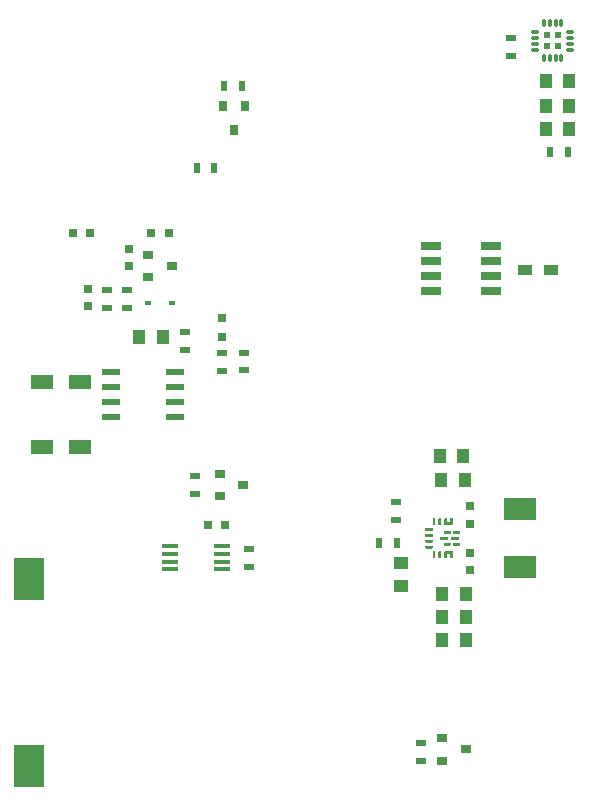
<source format=gbr>
G04 #@! TF.GenerationSoftware,KiCad,Pcbnew,5.0.2-bee76a0~70~ubuntu18.04.1*
G04 #@! TF.CreationDate,2019-04-01T17:44:37+13:00*
G04 #@! TF.ProjectId,pi-hat,70692d68-6174-42e6-9b69-6361645f7063,rev?*
G04 #@! TF.SameCoordinates,Original*
G04 #@! TF.FileFunction,Paste,Top*
G04 #@! TF.FilePolarity,Positive*
%FSLAX46Y46*%
G04 Gerber Fmt 4.6, Leading zero omitted, Abs format (unit mm)*
G04 Created by KiCad (PCBNEW 5.0.2-bee76a0~70~ubuntu18.04.1) date Mon 01 Apr 2019 17:44:37 NZDT*
%MOMM*%
%LPD*%
G01*
G04 APERTURE LIST*
%ADD10R,1.780000X0.720000*%
%ADD11R,2.800000X1.900000*%
%ADD12C,0.100000*%
%ADD13C,0.250000*%
%ADD14R,0.540000X0.540000*%
%ADD15O,0.300000X0.750000*%
%ADD16O,0.750000X0.300000*%
%ADD17R,2.600000X3.540000*%
%ADD18R,2.600000X3.660000*%
%ADD19R,0.750000X0.800000*%
%ADD20R,1.000000X1.250000*%
%ADD21R,0.800000X0.750000*%
%ADD22R,1.250000X1.000000*%
%ADD23R,0.600000X0.450000*%
%ADD24R,0.800000X0.800000*%
%ADD25R,1.200000X0.900000*%
%ADD26R,0.900000X0.500000*%
%ADD27R,0.500000X0.900000*%
%ADD28R,1.450000X0.450000*%
%ADD29R,0.900000X0.800000*%
%ADD30R,1.550000X0.600000*%
%ADD31R,1.900000X1.300000*%
%ADD32R,0.800000X0.900000*%
G04 APERTURE END LIST*
D10*
G04 #@! TO.C,Q3*
X142520000Y-127290000D03*
X142520000Y-128560000D03*
X142520000Y-129830000D03*
X142520000Y-131100000D03*
X147600000Y-131100000D03*
X147600000Y-129830000D03*
X147600000Y-128560000D03*
X147600000Y-127290000D03*
G04 #@! TD*
D11*
G04 #@! TO.C,L2*
X150035568Y-149579229D03*
X150035568Y-154479229D03*
G04 #@! TD*
D12*
G04 #@! TO.C,U7*
G36*
X144885469Y-152412469D02*
X144890323Y-152413189D01*
X144895082Y-152414381D01*
X144899702Y-152416034D01*
X144904138Y-152418132D01*
X144908347Y-152420655D01*
X144912288Y-152423577D01*
X144915923Y-152426873D01*
X144919219Y-152430508D01*
X144922141Y-152434449D01*
X144924664Y-152438658D01*
X144926762Y-152443094D01*
X144928415Y-152447714D01*
X144929607Y-152452473D01*
X144930327Y-152457327D01*
X144930568Y-152462228D01*
X144930568Y-152612228D01*
X144930327Y-152617129D01*
X144929607Y-152621983D01*
X144928415Y-152626742D01*
X144926762Y-152631362D01*
X144924664Y-152635798D01*
X144922141Y-152640007D01*
X144919219Y-152643948D01*
X144915923Y-152647583D01*
X144912288Y-152650879D01*
X144908347Y-152653801D01*
X144904138Y-152656324D01*
X144899702Y-152658422D01*
X144895082Y-152660075D01*
X144890323Y-152661267D01*
X144885469Y-152661987D01*
X144880568Y-152662228D01*
X144405568Y-152662228D01*
X144400667Y-152661987D01*
X144395813Y-152661267D01*
X144391054Y-152660075D01*
X144386434Y-152658422D01*
X144381998Y-152656324D01*
X144377789Y-152653801D01*
X144373848Y-152650879D01*
X144370213Y-152647583D01*
X144366917Y-152643948D01*
X144363995Y-152640007D01*
X144361472Y-152635798D01*
X144359374Y-152631362D01*
X144357721Y-152626742D01*
X144356529Y-152621983D01*
X144355809Y-152617129D01*
X144355568Y-152612228D01*
X144355568Y-152462228D01*
X144355809Y-152457327D01*
X144356529Y-152452473D01*
X144357721Y-152447714D01*
X144359374Y-152443094D01*
X144361472Y-152438658D01*
X144363995Y-152434449D01*
X144366917Y-152430508D01*
X144370213Y-152426873D01*
X144373848Y-152423577D01*
X144377789Y-152420655D01*
X144381998Y-152418132D01*
X144386434Y-152416034D01*
X144391054Y-152414381D01*
X144395813Y-152413189D01*
X144400667Y-152412469D01*
X144405568Y-152412228D01*
X144880568Y-152412228D01*
X144885469Y-152412469D01*
X144885469Y-152412469D01*
G37*
D13*
X144643068Y-152537228D03*
D12*
G36*
X144112469Y-152412469D02*
X144117323Y-152413189D01*
X144122082Y-152414381D01*
X144126702Y-152416034D01*
X144131138Y-152418132D01*
X144135347Y-152420655D01*
X144139288Y-152423577D01*
X144142923Y-152426873D01*
X144146219Y-152430508D01*
X144149141Y-152434449D01*
X144151664Y-152438658D01*
X144153762Y-152443094D01*
X144155415Y-152447714D01*
X144156607Y-152452473D01*
X144157327Y-152457327D01*
X144157568Y-152462228D01*
X144157568Y-152612228D01*
X144157327Y-152617129D01*
X144156607Y-152621983D01*
X144155415Y-152626742D01*
X144153762Y-152631362D01*
X144151664Y-152635798D01*
X144149141Y-152640007D01*
X144146219Y-152643948D01*
X144142923Y-152647583D01*
X144139288Y-152650879D01*
X144135347Y-152653801D01*
X144131138Y-152656324D01*
X144126702Y-152658422D01*
X144122082Y-152660075D01*
X144117323Y-152661267D01*
X144112469Y-152661987D01*
X144107568Y-152662228D01*
X143632568Y-152662228D01*
X143627667Y-152661987D01*
X143622813Y-152661267D01*
X143618054Y-152660075D01*
X143613434Y-152658422D01*
X143608998Y-152656324D01*
X143604789Y-152653801D01*
X143600848Y-152650879D01*
X143597213Y-152647583D01*
X143593917Y-152643948D01*
X143590995Y-152640007D01*
X143588472Y-152635798D01*
X143586374Y-152631362D01*
X143584721Y-152626742D01*
X143583529Y-152621983D01*
X143582809Y-152617129D01*
X143582568Y-152612228D01*
X143582568Y-152462228D01*
X143582809Y-152457327D01*
X143583529Y-152452473D01*
X143584721Y-152447714D01*
X143586374Y-152443094D01*
X143588472Y-152438658D01*
X143590995Y-152434449D01*
X143593917Y-152430508D01*
X143597213Y-152426873D01*
X143600848Y-152423577D01*
X143604789Y-152420655D01*
X143608998Y-152418132D01*
X143613434Y-152416034D01*
X143618054Y-152414381D01*
X143622813Y-152413189D01*
X143627667Y-152412469D01*
X143632568Y-152412228D01*
X144107568Y-152412228D01*
X144112469Y-152412469D01*
X144112469Y-152412469D01*
G37*
D13*
X143870068Y-152537228D03*
D12*
G36*
X144112469Y-151412469D02*
X144117323Y-151413189D01*
X144122082Y-151414381D01*
X144126702Y-151416034D01*
X144131138Y-151418132D01*
X144135347Y-151420655D01*
X144139288Y-151423577D01*
X144142923Y-151426873D01*
X144146219Y-151430508D01*
X144149141Y-151434449D01*
X144151664Y-151438658D01*
X144153762Y-151443094D01*
X144155415Y-151447714D01*
X144156607Y-151452473D01*
X144157327Y-151457327D01*
X144157568Y-151462228D01*
X144157568Y-151612228D01*
X144157327Y-151617129D01*
X144156607Y-151621983D01*
X144155415Y-151626742D01*
X144153762Y-151631362D01*
X144151664Y-151635798D01*
X144149141Y-151640007D01*
X144146219Y-151643948D01*
X144142923Y-151647583D01*
X144139288Y-151650879D01*
X144135347Y-151653801D01*
X144131138Y-151656324D01*
X144126702Y-151658422D01*
X144122082Y-151660075D01*
X144117323Y-151661267D01*
X144112469Y-151661987D01*
X144107568Y-151662228D01*
X143632568Y-151662228D01*
X143627667Y-151661987D01*
X143622813Y-151661267D01*
X143618054Y-151660075D01*
X143613434Y-151658422D01*
X143608998Y-151656324D01*
X143604789Y-151653801D01*
X143600848Y-151650879D01*
X143597213Y-151647583D01*
X143593917Y-151643948D01*
X143590995Y-151640007D01*
X143588472Y-151635798D01*
X143586374Y-151631362D01*
X143584721Y-151626742D01*
X143583529Y-151621983D01*
X143582809Y-151617129D01*
X143582568Y-151612228D01*
X143582568Y-151462228D01*
X143582809Y-151457327D01*
X143583529Y-151452473D01*
X143584721Y-151447714D01*
X143586374Y-151443094D01*
X143588472Y-151438658D01*
X143590995Y-151434449D01*
X143593917Y-151430508D01*
X143597213Y-151426873D01*
X143600848Y-151423577D01*
X143604789Y-151420655D01*
X143608998Y-151418132D01*
X143613434Y-151416034D01*
X143618054Y-151414381D01*
X143622813Y-151413189D01*
X143627667Y-151412469D01*
X143632568Y-151412228D01*
X144107568Y-151412228D01*
X144112469Y-151412469D01*
X144112469Y-151412469D01*
G37*
D13*
X143870068Y-151537228D03*
D12*
G36*
X144885469Y-151412469D02*
X144890323Y-151413189D01*
X144895082Y-151414381D01*
X144899702Y-151416034D01*
X144904138Y-151418132D01*
X144908347Y-151420655D01*
X144912288Y-151423577D01*
X144915923Y-151426873D01*
X144919219Y-151430508D01*
X144922141Y-151434449D01*
X144924664Y-151438658D01*
X144926762Y-151443094D01*
X144928415Y-151447714D01*
X144929607Y-151452473D01*
X144930327Y-151457327D01*
X144930568Y-151462228D01*
X144930568Y-151612228D01*
X144930327Y-151617129D01*
X144929607Y-151621983D01*
X144928415Y-151626742D01*
X144926762Y-151631362D01*
X144924664Y-151635798D01*
X144922141Y-151640007D01*
X144919219Y-151643948D01*
X144915923Y-151647583D01*
X144912288Y-151650879D01*
X144908347Y-151653801D01*
X144904138Y-151656324D01*
X144899702Y-151658422D01*
X144895082Y-151660075D01*
X144890323Y-151661267D01*
X144885469Y-151661987D01*
X144880568Y-151662228D01*
X144405568Y-151662228D01*
X144400667Y-151661987D01*
X144395813Y-151661267D01*
X144391054Y-151660075D01*
X144386434Y-151658422D01*
X144381998Y-151656324D01*
X144377789Y-151653801D01*
X144373848Y-151650879D01*
X144370213Y-151647583D01*
X144366917Y-151643948D01*
X144363995Y-151640007D01*
X144361472Y-151635798D01*
X144359374Y-151631362D01*
X144357721Y-151626742D01*
X144356529Y-151621983D01*
X144355809Y-151617129D01*
X144355568Y-151612228D01*
X144355568Y-151462228D01*
X144355809Y-151457327D01*
X144356529Y-151452473D01*
X144357721Y-151447714D01*
X144359374Y-151443094D01*
X144361472Y-151438658D01*
X144363995Y-151434449D01*
X144366917Y-151430508D01*
X144370213Y-151426873D01*
X144373848Y-151423577D01*
X144377789Y-151420655D01*
X144381998Y-151418132D01*
X144386434Y-151416034D01*
X144391054Y-151414381D01*
X144395813Y-151413189D01*
X144400667Y-151412469D01*
X144405568Y-151412228D01*
X144880568Y-151412228D01*
X144885469Y-151412469D01*
X144885469Y-151412469D01*
G37*
D13*
X144643068Y-151537228D03*
D12*
G36*
X144856969Y-151912469D02*
X144861823Y-151913189D01*
X144866582Y-151914381D01*
X144871202Y-151916034D01*
X144875638Y-151918132D01*
X144879847Y-151920655D01*
X144883788Y-151923577D01*
X144887423Y-151926873D01*
X144890719Y-151930508D01*
X144893641Y-151934449D01*
X144896164Y-151938658D01*
X144898262Y-151943094D01*
X144899915Y-151947714D01*
X144901107Y-151952473D01*
X144901827Y-151957327D01*
X144902068Y-151962228D01*
X144902068Y-152112228D01*
X144901827Y-152117129D01*
X144901107Y-152121983D01*
X144899915Y-152126742D01*
X144898262Y-152131362D01*
X144896164Y-152135798D01*
X144893641Y-152140007D01*
X144890719Y-152143948D01*
X144887423Y-152147583D01*
X144883788Y-152150879D01*
X144879847Y-152153801D01*
X144875638Y-152156324D01*
X144871202Y-152158422D01*
X144866582Y-152160075D01*
X144861823Y-152161267D01*
X144856969Y-152161987D01*
X144852068Y-152162228D01*
X144232068Y-152162228D01*
X144227167Y-152161987D01*
X144222313Y-152161267D01*
X144217554Y-152160075D01*
X144212934Y-152158422D01*
X144208498Y-152156324D01*
X144204289Y-152153801D01*
X144200348Y-152150879D01*
X144196713Y-152147583D01*
X144193417Y-152143948D01*
X144190495Y-152140007D01*
X144187972Y-152135798D01*
X144185874Y-152131362D01*
X144184221Y-152126742D01*
X144183029Y-152121983D01*
X144182309Y-152117129D01*
X144182068Y-152112228D01*
X144182068Y-151962228D01*
X144182309Y-151957327D01*
X144183029Y-151952473D01*
X144184221Y-151947714D01*
X144185874Y-151943094D01*
X144187972Y-151938658D01*
X144190495Y-151934449D01*
X144193417Y-151930508D01*
X144196713Y-151926873D01*
X144200348Y-151923577D01*
X144204289Y-151920655D01*
X144208498Y-151918132D01*
X144212934Y-151916034D01*
X144217554Y-151914381D01*
X144222313Y-151913189D01*
X144227167Y-151912469D01*
X144232068Y-151912228D01*
X144852068Y-151912228D01*
X144856969Y-151912469D01*
X144856969Y-151912469D01*
G37*
D13*
X144542068Y-152037228D03*
D12*
G36*
X143936969Y-151912469D02*
X143941823Y-151913189D01*
X143946582Y-151914381D01*
X143951202Y-151916034D01*
X143955638Y-151918132D01*
X143959847Y-151920655D01*
X143963788Y-151923577D01*
X143967423Y-151926873D01*
X143970719Y-151930508D01*
X143973641Y-151934449D01*
X143976164Y-151938658D01*
X143978262Y-151943094D01*
X143979915Y-151947714D01*
X143981107Y-151952473D01*
X143981827Y-151957327D01*
X143982068Y-151962228D01*
X143982068Y-152112228D01*
X143981827Y-152117129D01*
X143981107Y-152121983D01*
X143979915Y-152126742D01*
X143978262Y-152131362D01*
X143976164Y-152135798D01*
X143973641Y-152140007D01*
X143970719Y-152143948D01*
X143967423Y-152147583D01*
X143963788Y-152150879D01*
X143959847Y-152153801D01*
X143955638Y-152156324D01*
X143951202Y-152158422D01*
X143946582Y-152160075D01*
X143941823Y-152161267D01*
X143936969Y-152161987D01*
X143932068Y-152162228D01*
X143312068Y-152162228D01*
X143307167Y-152161987D01*
X143302313Y-152161267D01*
X143297554Y-152160075D01*
X143292934Y-152158422D01*
X143288498Y-152156324D01*
X143284289Y-152153801D01*
X143280348Y-152150879D01*
X143276713Y-152147583D01*
X143273417Y-152143948D01*
X143270495Y-152140007D01*
X143267972Y-152135798D01*
X143265874Y-152131362D01*
X143264221Y-152126742D01*
X143263029Y-152121983D01*
X143262309Y-152117129D01*
X143262068Y-152112228D01*
X143262068Y-151962228D01*
X143262309Y-151957327D01*
X143263029Y-151952473D01*
X143264221Y-151947714D01*
X143265874Y-151943094D01*
X143267972Y-151938658D01*
X143270495Y-151934449D01*
X143273417Y-151930508D01*
X143276713Y-151926873D01*
X143280348Y-151923577D01*
X143284289Y-151920655D01*
X143288498Y-151918132D01*
X143292934Y-151916034D01*
X143297554Y-151914381D01*
X143302313Y-151913189D01*
X143307167Y-151912469D01*
X143312068Y-151912228D01*
X143932068Y-151912228D01*
X143936969Y-151912469D01*
X143936969Y-151912469D01*
G37*
D13*
X143622068Y-152037228D03*
D12*
G36*
X143836969Y-150337469D02*
X143841823Y-150338189D01*
X143846582Y-150339381D01*
X143851202Y-150341034D01*
X143855638Y-150343132D01*
X143859847Y-150345655D01*
X143863788Y-150348577D01*
X143867423Y-150351873D01*
X143870719Y-150355508D01*
X143873641Y-150359449D01*
X143876164Y-150363658D01*
X143878262Y-150368094D01*
X143879915Y-150372714D01*
X143881107Y-150377473D01*
X143881827Y-150382327D01*
X143882068Y-150387228D01*
X143882068Y-150887228D01*
X143881827Y-150892129D01*
X143881107Y-150896983D01*
X143879915Y-150901742D01*
X143878262Y-150906362D01*
X143876164Y-150910798D01*
X143873641Y-150915007D01*
X143870719Y-150918948D01*
X143867423Y-150922583D01*
X143863788Y-150925879D01*
X143859847Y-150928801D01*
X143855638Y-150931324D01*
X143851202Y-150933422D01*
X143846582Y-150935075D01*
X143841823Y-150936267D01*
X143836969Y-150936987D01*
X143832068Y-150937228D01*
X143682068Y-150937228D01*
X143677167Y-150936987D01*
X143672313Y-150936267D01*
X143667554Y-150935075D01*
X143662934Y-150933422D01*
X143658498Y-150931324D01*
X143654289Y-150928801D01*
X143650348Y-150925879D01*
X143646713Y-150922583D01*
X143643417Y-150918948D01*
X143640495Y-150915007D01*
X143637972Y-150910798D01*
X143635874Y-150906362D01*
X143634221Y-150901742D01*
X143633029Y-150896983D01*
X143632309Y-150892129D01*
X143632068Y-150887228D01*
X143632068Y-150387228D01*
X143632309Y-150382327D01*
X143633029Y-150377473D01*
X143634221Y-150372714D01*
X143635874Y-150368094D01*
X143637972Y-150363658D01*
X143640495Y-150359449D01*
X143643417Y-150355508D01*
X143646713Y-150351873D01*
X143650348Y-150348577D01*
X143654289Y-150345655D01*
X143658498Y-150343132D01*
X143662934Y-150341034D01*
X143667554Y-150339381D01*
X143672313Y-150338189D01*
X143677167Y-150337469D01*
X143682068Y-150337228D01*
X143832068Y-150337228D01*
X143836969Y-150337469D01*
X143836969Y-150337469D01*
G37*
D13*
X143757068Y-150637228D03*
D12*
G36*
X144336969Y-150337469D02*
X144341823Y-150338189D01*
X144346582Y-150339381D01*
X144351202Y-150341034D01*
X144355638Y-150343132D01*
X144359847Y-150345655D01*
X144363788Y-150348577D01*
X144367423Y-150351873D01*
X144370719Y-150355508D01*
X144373641Y-150359449D01*
X144376164Y-150363658D01*
X144378262Y-150368094D01*
X144379915Y-150372714D01*
X144381107Y-150377473D01*
X144381827Y-150382327D01*
X144382068Y-150387228D01*
X144382068Y-150887228D01*
X144381827Y-150892129D01*
X144381107Y-150896983D01*
X144379915Y-150901742D01*
X144378262Y-150906362D01*
X144376164Y-150910798D01*
X144373641Y-150915007D01*
X144370719Y-150918948D01*
X144367423Y-150922583D01*
X144363788Y-150925879D01*
X144359847Y-150928801D01*
X144355638Y-150931324D01*
X144351202Y-150933422D01*
X144346582Y-150935075D01*
X144341823Y-150936267D01*
X144336969Y-150936987D01*
X144332068Y-150937228D01*
X144182068Y-150937228D01*
X144177167Y-150936987D01*
X144172313Y-150936267D01*
X144167554Y-150935075D01*
X144162934Y-150933422D01*
X144158498Y-150931324D01*
X144154289Y-150928801D01*
X144150348Y-150925879D01*
X144146713Y-150922583D01*
X144143417Y-150918948D01*
X144140495Y-150915007D01*
X144137972Y-150910798D01*
X144135874Y-150906362D01*
X144134221Y-150901742D01*
X144133029Y-150896983D01*
X144132309Y-150892129D01*
X144132068Y-150887228D01*
X144132068Y-150387228D01*
X144132309Y-150382327D01*
X144133029Y-150377473D01*
X144134221Y-150372714D01*
X144135874Y-150368094D01*
X144137972Y-150363658D01*
X144140495Y-150359449D01*
X144143417Y-150355508D01*
X144146713Y-150351873D01*
X144150348Y-150348577D01*
X144154289Y-150345655D01*
X144158498Y-150343132D01*
X144162934Y-150341034D01*
X144167554Y-150339381D01*
X144172313Y-150338189D01*
X144177167Y-150337469D01*
X144182068Y-150337228D01*
X144332068Y-150337228D01*
X144336969Y-150337469D01*
X144336969Y-150337469D01*
G37*
D13*
X144257068Y-150637228D03*
D12*
G36*
X144261969Y-150687469D02*
X144266823Y-150688189D01*
X144271582Y-150689381D01*
X144276202Y-150691034D01*
X144280638Y-150693132D01*
X144284847Y-150695655D01*
X144288788Y-150698577D01*
X144292423Y-150701873D01*
X144295719Y-150705508D01*
X144298641Y-150709449D01*
X144301164Y-150713658D01*
X144303262Y-150718094D01*
X144304915Y-150722714D01*
X144306107Y-150727473D01*
X144306827Y-150732327D01*
X144307068Y-150737228D01*
X144307068Y-150887228D01*
X144306827Y-150892129D01*
X144306107Y-150896983D01*
X144304915Y-150901742D01*
X144303262Y-150906362D01*
X144301164Y-150910798D01*
X144298641Y-150915007D01*
X144295719Y-150918948D01*
X144292423Y-150922583D01*
X144288788Y-150925879D01*
X144284847Y-150928801D01*
X144280638Y-150931324D01*
X144276202Y-150933422D01*
X144271582Y-150935075D01*
X144266823Y-150936267D01*
X144261969Y-150936987D01*
X144257068Y-150937228D01*
X143757068Y-150937228D01*
X143752167Y-150936987D01*
X143747313Y-150936267D01*
X143742554Y-150935075D01*
X143737934Y-150933422D01*
X143733498Y-150931324D01*
X143729289Y-150928801D01*
X143725348Y-150925879D01*
X143721713Y-150922583D01*
X143718417Y-150918948D01*
X143715495Y-150915007D01*
X143712972Y-150910798D01*
X143710874Y-150906362D01*
X143709221Y-150901742D01*
X143708029Y-150896983D01*
X143707309Y-150892129D01*
X143707068Y-150887228D01*
X143707068Y-150737228D01*
X143707309Y-150732327D01*
X143708029Y-150727473D01*
X143709221Y-150722714D01*
X143710874Y-150718094D01*
X143712972Y-150713658D01*
X143715495Y-150709449D01*
X143718417Y-150705508D01*
X143721713Y-150701873D01*
X143725348Y-150698577D01*
X143729289Y-150695655D01*
X143733498Y-150693132D01*
X143737934Y-150691034D01*
X143742554Y-150689381D01*
X143747313Y-150688189D01*
X143752167Y-150687469D01*
X143757068Y-150687228D01*
X144257068Y-150687228D01*
X144261969Y-150687469D01*
X144261969Y-150687469D01*
G37*
D13*
X144007068Y-150812228D03*
D12*
G36*
X144261969Y-153137469D02*
X144266823Y-153138189D01*
X144271582Y-153139381D01*
X144276202Y-153141034D01*
X144280638Y-153143132D01*
X144284847Y-153145655D01*
X144288788Y-153148577D01*
X144292423Y-153151873D01*
X144295719Y-153155508D01*
X144298641Y-153159449D01*
X144301164Y-153163658D01*
X144303262Y-153168094D01*
X144304915Y-153172714D01*
X144306107Y-153177473D01*
X144306827Y-153182327D01*
X144307068Y-153187228D01*
X144307068Y-153337228D01*
X144306827Y-153342129D01*
X144306107Y-153346983D01*
X144304915Y-153351742D01*
X144303262Y-153356362D01*
X144301164Y-153360798D01*
X144298641Y-153365007D01*
X144295719Y-153368948D01*
X144292423Y-153372583D01*
X144288788Y-153375879D01*
X144284847Y-153378801D01*
X144280638Y-153381324D01*
X144276202Y-153383422D01*
X144271582Y-153385075D01*
X144266823Y-153386267D01*
X144261969Y-153386987D01*
X144257068Y-153387228D01*
X143757068Y-153387228D01*
X143752167Y-153386987D01*
X143747313Y-153386267D01*
X143742554Y-153385075D01*
X143737934Y-153383422D01*
X143733498Y-153381324D01*
X143729289Y-153378801D01*
X143725348Y-153375879D01*
X143721713Y-153372583D01*
X143718417Y-153368948D01*
X143715495Y-153365007D01*
X143712972Y-153360798D01*
X143710874Y-153356362D01*
X143709221Y-153351742D01*
X143708029Y-153346983D01*
X143707309Y-153342129D01*
X143707068Y-153337228D01*
X143707068Y-153187228D01*
X143707309Y-153182327D01*
X143708029Y-153177473D01*
X143709221Y-153172714D01*
X143710874Y-153168094D01*
X143712972Y-153163658D01*
X143715495Y-153159449D01*
X143718417Y-153155508D01*
X143721713Y-153151873D01*
X143725348Y-153148577D01*
X143729289Y-153145655D01*
X143733498Y-153143132D01*
X143737934Y-153141034D01*
X143742554Y-153139381D01*
X143747313Y-153138189D01*
X143752167Y-153137469D01*
X143757068Y-153137228D01*
X144257068Y-153137228D01*
X144261969Y-153137469D01*
X144261969Y-153137469D01*
G37*
D13*
X144007068Y-153262228D03*
D12*
G36*
X142836969Y-150337469D02*
X142841823Y-150338189D01*
X142846582Y-150339381D01*
X142851202Y-150341034D01*
X142855638Y-150343132D01*
X142859847Y-150345655D01*
X142863788Y-150348577D01*
X142867423Y-150351873D01*
X142870719Y-150355508D01*
X142873641Y-150359449D01*
X142876164Y-150363658D01*
X142878262Y-150368094D01*
X142879915Y-150372714D01*
X142881107Y-150377473D01*
X142881827Y-150382327D01*
X142882068Y-150387228D01*
X142882068Y-150887228D01*
X142881827Y-150892129D01*
X142881107Y-150896983D01*
X142879915Y-150901742D01*
X142878262Y-150906362D01*
X142876164Y-150910798D01*
X142873641Y-150915007D01*
X142870719Y-150918948D01*
X142867423Y-150922583D01*
X142863788Y-150925879D01*
X142859847Y-150928801D01*
X142855638Y-150931324D01*
X142851202Y-150933422D01*
X142846582Y-150935075D01*
X142841823Y-150936267D01*
X142836969Y-150936987D01*
X142832068Y-150937228D01*
X142682068Y-150937228D01*
X142677167Y-150936987D01*
X142672313Y-150936267D01*
X142667554Y-150935075D01*
X142662934Y-150933422D01*
X142658498Y-150931324D01*
X142654289Y-150928801D01*
X142650348Y-150925879D01*
X142646713Y-150922583D01*
X142643417Y-150918948D01*
X142640495Y-150915007D01*
X142637972Y-150910798D01*
X142635874Y-150906362D01*
X142634221Y-150901742D01*
X142633029Y-150896983D01*
X142632309Y-150892129D01*
X142632068Y-150887228D01*
X142632068Y-150387228D01*
X142632309Y-150382327D01*
X142633029Y-150377473D01*
X142634221Y-150372714D01*
X142635874Y-150368094D01*
X142637972Y-150363658D01*
X142640495Y-150359449D01*
X142643417Y-150355508D01*
X142646713Y-150351873D01*
X142650348Y-150348577D01*
X142654289Y-150345655D01*
X142658498Y-150343132D01*
X142662934Y-150341034D01*
X142667554Y-150339381D01*
X142672313Y-150338189D01*
X142677167Y-150337469D01*
X142682068Y-150337228D01*
X142832068Y-150337228D01*
X142836969Y-150337469D01*
X142836969Y-150337469D01*
G37*
D13*
X142757068Y-150637228D03*
D12*
G36*
X143336969Y-150337469D02*
X143341823Y-150338189D01*
X143346582Y-150339381D01*
X143351202Y-150341034D01*
X143355638Y-150343132D01*
X143359847Y-150345655D01*
X143363788Y-150348577D01*
X143367423Y-150351873D01*
X143370719Y-150355508D01*
X143373641Y-150359449D01*
X143376164Y-150363658D01*
X143378262Y-150368094D01*
X143379915Y-150372714D01*
X143381107Y-150377473D01*
X143381827Y-150382327D01*
X143382068Y-150387228D01*
X143382068Y-150887228D01*
X143381827Y-150892129D01*
X143381107Y-150896983D01*
X143379915Y-150901742D01*
X143378262Y-150906362D01*
X143376164Y-150910798D01*
X143373641Y-150915007D01*
X143370719Y-150918948D01*
X143367423Y-150922583D01*
X143363788Y-150925879D01*
X143359847Y-150928801D01*
X143355638Y-150931324D01*
X143351202Y-150933422D01*
X143346582Y-150935075D01*
X143341823Y-150936267D01*
X143336969Y-150936987D01*
X143332068Y-150937228D01*
X143182068Y-150937228D01*
X143177167Y-150936987D01*
X143172313Y-150936267D01*
X143167554Y-150935075D01*
X143162934Y-150933422D01*
X143158498Y-150931324D01*
X143154289Y-150928801D01*
X143150348Y-150925879D01*
X143146713Y-150922583D01*
X143143417Y-150918948D01*
X143140495Y-150915007D01*
X143137972Y-150910798D01*
X143135874Y-150906362D01*
X143134221Y-150901742D01*
X143133029Y-150896983D01*
X143132309Y-150892129D01*
X143132068Y-150887228D01*
X143132068Y-150387228D01*
X143132309Y-150382327D01*
X143133029Y-150377473D01*
X143134221Y-150372714D01*
X143135874Y-150368094D01*
X143137972Y-150363658D01*
X143140495Y-150359449D01*
X143143417Y-150355508D01*
X143146713Y-150351873D01*
X143150348Y-150348577D01*
X143154289Y-150345655D01*
X143158498Y-150343132D01*
X143162934Y-150341034D01*
X143167554Y-150339381D01*
X143172313Y-150338189D01*
X143177167Y-150337469D01*
X143182068Y-150337228D01*
X143332068Y-150337228D01*
X143336969Y-150337469D01*
X143336969Y-150337469D01*
G37*
D13*
X143257068Y-150637228D03*
D12*
G36*
X144336969Y-153137469D02*
X144341823Y-153138189D01*
X144346582Y-153139381D01*
X144351202Y-153141034D01*
X144355638Y-153143132D01*
X144359847Y-153145655D01*
X144363788Y-153148577D01*
X144367423Y-153151873D01*
X144370719Y-153155508D01*
X144373641Y-153159449D01*
X144376164Y-153163658D01*
X144378262Y-153168094D01*
X144379915Y-153172714D01*
X144381107Y-153177473D01*
X144381827Y-153182327D01*
X144382068Y-153187228D01*
X144382068Y-153687228D01*
X144381827Y-153692129D01*
X144381107Y-153696983D01*
X144379915Y-153701742D01*
X144378262Y-153706362D01*
X144376164Y-153710798D01*
X144373641Y-153715007D01*
X144370719Y-153718948D01*
X144367423Y-153722583D01*
X144363788Y-153725879D01*
X144359847Y-153728801D01*
X144355638Y-153731324D01*
X144351202Y-153733422D01*
X144346582Y-153735075D01*
X144341823Y-153736267D01*
X144336969Y-153736987D01*
X144332068Y-153737228D01*
X144182068Y-153737228D01*
X144177167Y-153736987D01*
X144172313Y-153736267D01*
X144167554Y-153735075D01*
X144162934Y-153733422D01*
X144158498Y-153731324D01*
X144154289Y-153728801D01*
X144150348Y-153725879D01*
X144146713Y-153722583D01*
X144143417Y-153718948D01*
X144140495Y-153715007D01*
X144137972Y-153710798D01*
X144135874Y-153706362D01*
X144134221Y-153701742D01*
X144133029Y-153696983D01*
X144132309Y-153692129D01*
X144132068Y-153687228D01*
X144132068Y-153187228D01*
X144132309Y-153182327D01*
X144133029Y-153177473D01*
X144134221Y-153172714D01*
X144135874Y-153168094D01*
X144137972Y-153163658D01*
X144140495Y-153159449D01*
X144143417Y-153155508D01*
X144146713Y-153151873D01*
X144150348Y-153148577D01*
X144154289Y-153145655D01*
X144158498Y-153143132D01*
X144162934Y-153141034D01*
X144167554Y-153139381D01*
X144172313Y-153138189D01*
X144177167Y-153137469D01*
X144182068Y-153137228D01*
X144332068Y-153137228D01*
X144336969Y-153137469D01*
X144336969Y-153137469D01*
G37*
D13*
X144257068Y-153437228D03*
D12*
G36*
X143836969Y-153137469D02*
X143841823Y-153138189D01*
X143846582Y-153139381D01*
X143851202Y-153141034D01*
X143855638Y-153143132D01*
X143859847Y-153145655D01*
X143863788Y-153148577D01*
X143867423Y-153151873D01*
X143870719Y-153155508D01*
X143873641Y-153159449D01*
X143876164Y-153163658D01*
X143878262Y-153168094D01*
X143879915Y-153172714D01*
X143881107Y-153177473D01*
X143881827Y-153182327D01*
X143882068Y-153187228D01*
X143882068Y-153687228D01*
X143881827Y-153692129D01*
X143881107Y-153696983D01*
X143879915Y-153701742D01*
X143878262Y-153706362D01*
X143876164Y-153710798D01*
X143873641Y-153715007D01*
X143870719Y-153718948D01*
X143867423Y-153722583D01*
X143863788Y-153725879D01*
X143859847Y-153728801D01*
X143855638Y-153731324D01*
X143851202Y-153733422D01*
X143846582Y-153735075D01*
X143841823Y-153736267D01*
X143836969Y-153736987D01*
X143832068Y-153737228D01*
X143682068Y-153737228D01*
X143677167Y-153736987D01*
X143672313Y-153736267D01*
X143667554Y-153735075D01*
X143662934Y-153733422D01*
X143658498Y-153731324D01*
X143654289Y-153728801D01*
X143650348Y-153725879D01*
X143646713Y-153722583D01*
X143643417Y-153718948D01*
X143640495Y-153715007D01*
X143637972Y-153710798D01*
X143635874Y-153706362D01*
X143634221Y-153701742D01*
X143633029Y-153696983D01*
X143632309Y-153692129D01*
X143632068Y-153687228D01*
X143632068Y-153187228D01*
X143632309Y-153182327D01*
X143633029Y-153177473D01*
X143634221Y-153172714D01*
X143635874Y-153168094D01*
X143637972Y-153163658D01*
X143640495Y-153159449D01*
X143643417Y-153155508D01*
X143646713Y-153151873D01*
X143650348Y-153148577D01*
X143654289Y-153145655D01*
X143658498Y-153143132D01*
X143662934Y-153141034D01*
X143667554Y-153139381D01*
X143672313Y-153138189D01*
X143677167Y-153137469D01*
X143682068Y-153137228D01*
X143832068Y-153137228D01*
X143836969Y-153137469D01*
X143836969Y-153137469D01*
G37*
D13*
X143757068Y-153437228D03*
D12*
G36*
X143336969Y-153137469D02*
X143341823Y-153138189D01*
X143346582Y-153139381D01*
X143351202Y-153141034D01*
X143355638Y-153143132D01*
X143359847Y-153145655D01*
X143363788Y-153148577D01*
X143367423Y-153151873D01*
X143370719Y-153155508D01*
X143373641Y-153159449D01*
X143376164Y-153163658D01*
X143378262Y-153168094D01*
X143379915Y-153172714D01*
X143381107Y-153177473D01*
X143381827Y-153182327D01*
X143382068Y-153187228D01*
X143382068Y-153687228D01*
X143381827Y-153692129D01*
X143381107Y-153696983D01*
X143379915Y-153701742D01*
X143378262Y-153706362D01*
X143376164Y-153710798D01*
X143373641Y-153715007D01*
X143370719Y-153718948D01*
X143367423Y-153722583D01*
X143363788Y-153725879D01*
X143359847Y-153728801D01*
X143355638Y-153731324D01*
X143351202Y-153733422D01*
X143346582Y-153735075D01*
X143341823Y-153736267D01*
X143336969Y-153736987D01*
X143332068Y-153737228D01*
X143182068Y-153737228D01*
X143177167Y-153736987D01*
X143172313Y-153736267D01*
X143167554Y-153735075D01*
X143162934Y-153733422D01*
X143158498Y-153731324D01*
X143154289Y-153728801D01*
X143150348Y-153725879D01*
X143146713Y-153722583D01*
X143143417Y-153718948D01*
X143140495Y-153715007D01*
X143137972Y-153710798D01*
X143135874Y-153706362D01*
X143134221Y-153701742D01*
X143133029Y-153696983D01*
X143132309Y-153692129D01*
X143132068Y-153687228D01*
X143132068Y-153187228D01*
X143132309Y-153182327D01*
X143133029Y-153177473D01*
X143134221Y-153172714D01*
X143135874Y-153168094D01*
X143137972Y-153163658D01*
X143140495Y-153159449D01*
X143143417Y-153155508D01*
X143146713Y-153151873D01*
X143150348Y-153148577D01*
X143154289Y-153145655D01*
X143158498Y-153143132D01*
X143162934Y-153141034D01*
X143167554Y-153139381D01*
X143172313Y-153138189D01*
X143177167Y-153137469D01*
X143182068Y-153137228D01*
X143332068Y-153137228D01*
X143336969Y-153137469D01*
X143336969Y-153137469D01*
G37*
D13*
X143257068Y-153437228D03*
D12*
G36*
X142836969Y-153137469D02*
X142841823Y-153138189D01*
X142846582Y-153139381D01*
X142851202Y-153141034D01*
X142855638Y-153143132D01*
X142859847Y-153145655D01*
X142863788Y-153148577D01*
X142867423Y-153151873D01*
X142870719Y-153155508D01*
X142873641Y-153159449D01*
X142876164Y-153163658D01*
X142878262Y-153168094D01*
X142879915Y-153172714D01*
X142881107Y-153177473D01*
X142881827Y-153182327D01*
X142882068Y-153187228D01*
X142882068Y-153687228D01*
X142881827Y-153692129D01*
X142881107Y-153696983D01*
X142879915Y-153701742D01*
X142878262Y-153706362D01*
X142876164Y-153710798D01*
X142873641Y-153715007D01*
X142870719Y-153718948D01*
X142867423Y-153722583D01*
X142863788Y-153725879D01*
X142859847Y-153728801D01*
X142855638Y-153731324D01*
X142851202Y-153733422D01*
X142846582Y-153735075D01*
X142841823Y-153736267D01*
X142836969Y-153736987D01*
X142832068Y-153737228D01*
X142682068Y-153737228D01*
X142677167Y-153736987D01*
X142672313Y-153736267D01*
X142667554Y-153735075D01*
X142662934Y-153733422D01*
X142658498Y-153731324D01*
X142654289Y-153728801D01*
X142650348Y-153725879D01*
X142646713Y-153722583D01*
X142643417Y-153718948D01*
X142640495Y-153715007D01*
X142637972Y-153710798D01*
X142635874Y-153706362D01*
X142634221Y-153701742D01*
X142633029Y-153696983D01*
X142632309Y-153692129D01*
X142632068Y-153687228D01*
X142632068Y-153187228D01*
X142632309Y-153182327D01*
X142633029Y-153177473D01*
X142634221Y-153172714D01*
X142635874Y-153168094D01*
X142637972Y-153163658D01*
X142640495Y-153159449D01*
X142643417Y-153155508D01*
X142646713Y-153151873D01*
X142650348Y-153148577D01*
X142654289Y-153145655D01*
X142658498Y-153143132D01*
X142662934Y-153141034D01*
X142667554Y-153139381D01*
X142672313Y-153138189D01*
X142677167Y-153137469D01*
X142682068Y-153137228D01*
X142832068Y-153137228D01*
X142836969Y-153137469D01*
X142836969Y-153137469D01*
G37*
D13*
X142757068Y-153437228D03*
D12*
G36*
X142586969Y-152662469D02*
X142591823Y-152663189D01*
X142596582Y-152664381D01*
X142601202Y-152666034D01*
X142605638Y-152668132D01*
X142609847Y-152670655D01*
X142613788Y-152673577D01*
X142617423Y-152676873D01*
X142620719Y-152680508D01*
X142623641Y-152684449D01*
X142626164Y-152688658D01*
X142628262Y-152693094D01*
X142629915Y-152697714D01*
X142631107Y-152702473D01*
X142631827Y-152707327D01*
X142632068Y-152712228D01*
X142632068Y-152862228D01*
X142631827Y-152867129D01*
X142631107Y-152871983D01*
X142629915Y-152876742D01*
X142628262Y-152881362D01*
X142626164Y-152885798D01*
X142623641Y-152890007D01*
X142620719Y-152893948D01*
X142617423Y-152897583D01*
X142613788Y-152900879D01*
X142609847Y-152903801D01*
X142605638Y-152906324D01*
X142601202Y-152908422D01*
X142596582Y-152910075D01*
X142591823Y-152911267D01*
X142586969Y-152911987D01*
X142582068Y-152912228D01*
X142082068Y-152912228D01*
X142077167Y-152911987D01*
X142072313Y-152911267D01*
X142067554Y-152910075D01*
X142062934Y-152908422D01*
X142058498Y-152906324D01*
X142054289Y-152903801D01*
X142050348Y-152900879D01*
X142046713Y-152897583D01*
X142043417Y-152893948D01*
X142040495Y-152890007D01*
X142037972Y-152885798D01*
X142035874Y-152881362D01*
X142034221Y-152876742D01*
X142033029Y-152871983D01*
X142032309Y-152867129D01*
X142032068Y-152862228D01*
X142032068Y-152712228D01*
X142032309Y-152707327D01*
X142033029Y-152702473D01*
X142034221Y-152697714D01*
X142035874Y-152693094D01*
X142037972Y-152688658D01*
X142040495Y-152684449D01*
X142043417Y-152680508D01*
X142046713Y-152676873D01*
X142050348Y-152673577D01*
X142054289Y-152670655D01*
X142058498Y-152668132D01*
X142062934Y-152666034D01*
X142067554Y-152664381D01*
X142072313Y-152663189D01*
X142077167Y-152662469D01*
X142082068Y-152662228D01*
X142582068Y-152662228D01*
X142586969Y-152662469D01*
X142586969Y-152662469D01*
G37*
D13*
X142332068Y-152787228D03*
D12*
G36*
X142586969Y-152162469D02*
X142591823Y-152163189D01*
X142596582Y-152164381D01*
X142601202Y-152166034D01*
X142605638Y-152168132D01*
X142609847Y-152170655D01*
X142613788Y-152173577D01*
X142617423Y-152176873D01*
X142620719Y-152180508D01*
X142623641Y-152184449D01*
X142626164Y-152188658D01*
X142628262Y-152193094D01*
X142629915Y-152197714D01*
X142631107Y-152202473D01*
X142631827Y-152207327D01*
X142632068Y-152212228D01*
X142632068Y-152362228D01*
X142631827Y-152367129D01*
X142631107Y-152371983D01*
X142629915Y-152376742D01*
X142628262Y-152381362D01*
X142626164Y-152385798D01*
X142623641Y-152390007D01*
X142620719Y-152393948D01*
X142617423Y-152397583D01*
X142613788Y-152400879D01*
X142609847Y-152403801D01*
X142605638Y-152406324D01*
X142601202Y-152408422D01*
X142596582Y-152410075D01*
X142591823Y-152411267D01*
X142586969Y-152411987D01*
X142582068Y-152412228D01*
X142082068Y-152412228D01*
X142077167Y-152411987D01*
X142072313Y-152411267D01*
X142067554Y-152410075D01*
X142062934Y-152408422D01*
X142058498Y-152406324D01*
X142054289Y-152403801D01*
X142050348Y-152400879D01*
X142046713Y-152397583D01*
X142043417Y-152393948D01*
X142040495Y-152390007D01*
X142037972Y-152385798D01*
X142035874Y-152381362D01*
X142034221Y-152376742D01*
X142033029Y-152371983D01*
X142032309Y-152367129D01*
X142032068Y-152362228D01*
X142032068Y-152212228D01*
X142032309Y-152207327D01*
X142033029Y-152202473D01*
X142034221Y-152197714D01*
X142035874Y-152193094D01*
X142037972Y-152188658D01*
X142040495Y-152184449D01*
X142043417Y-152180508D01*
X142046713Y-152176873D01*
X142050348Y-152173577D01*
X142054289Y-152170655D01*
X142058498Y-152168132D01*
X142062934Y-152166034D01*
X142067554Y-152164381D01*
X142072313Y-152163189D01*
X142077167Y-152162469D01*
X142082068Y-152162228D01*
X142582068Y-152162228D01*
X142586969Y-152162469D01*
X142586969Y-152162469D01*
G37*
D13*
X142332068Y-152287228D03*
D12*
G36*
X142586969Y-151662469D02*
X142591823Y-151663189D01*
X142596582Y-151664381D01*
X142601202Y-151666034D01*
X142605638Y-151668132D01*
X142609847Y-151670655D01*
X142613788Y-151673577D01*
X142617423Y-151676873D01*
X142620719Y-151680508D01*
X142623641Y-151684449D01*
X142626164Y-151688658D01*
X142628262Y-151693094D01*
X142629915Y-151697714D01*
X142631107Y-151702473D01*
X142631827Y-151707327D01*
X142632068Y-151712228D01*
X142632068Y-151862228D01*
X142631827Y-151867129D01*
X142631107Y-151871983D01*
X142629915Y-151876742D01*
X142628262Y-151881362D01*
X142626164Y-151885798D01*
X142623641Y-151890007D01*
X142620719Y-151893948D01*
X142617423Y-151897583D01*
X142613788Y-151900879D01*
X142609847Y-151903801D01*
X142605638Y-151906324D01*
X142601202Y-151908422D01*
X142596582Y-151910075D01*
X142591823Y-151911267D01*
X142586969Y-151911987D01*
X142582068Y-151912228D01*
X142082068Y-151912228D01*
X142077167Y-151911987D01*
X142072313Y-151911267D01*
X142067554Y-151910075D01*
X142062934Y-151908422D01*
X142058498Y-151906324D01*
X142054289Y-151903801D01*
X142050348Y-151900879D01*
X142046713Y-151897583D01*
X142043417Y-151893948D01*
X142040495Y-151890007D01*
X142037972Y-151885798D01*
X142035874Y-151881362D01*
X142034221Y-151876742D01*
X142033029Y-151871983D01*
X142032309Y-151867129D01*
X142032068Y-151862228D01*
X142032068Y-151712228D01*
X142032309Y-151707327D01*
X142033029Y-151702473D01*
X142034221Y-151697714D01*
X142035874Y-151693094D01*
X142037972Y-151688658D01*
X142040495Y-151684449D01*
X142043417Y-151680508D01*
X142046713Y-151676873D01*
X142050348Y-151673577D01*
X142054289Y-151670655D01*
X142058498Y-151668132D01*
X142062934Y-151666034D01*
X142067554Y-151664381D01*
X142072313Y-151663189D01*
X142077167Y-151662469D01*
X142082068Y-151662228D01*
X142582068Y-151662228D01*
X142586969Y-151662469D01*
X142586969Y-151662469D01*
G37*
D13*
X142332068Y-151787228D03*
D12*
G36*
X142586969Y-151162469D02*
X142591823Y-151163189D01*
X142596582Y-151164381D01*
X142601202Y-151166034D01*
X142605638Y-151168132D01*
X142609847Y-151170655D01*
X142613788Y-151173577D01*
X142617423Y-151176873D01*
X142620719Y-151180508D01*
X142623641Y-151184449D01*
X142626164Y-151188658D01*
X142628262Y-151193094D01*
X142629915Y-151197714D01*
X142631107Y-151202473D01*
X142631827Y-151207327D01*
X142632068Y-151212228D01*
X142632068Y-151362228D01*
X142631827Y-151367129D01*
X142631107Y-151371983D01*
X142629915Y-151376742D01*
X142628262Y-151381362D01*
X142626164Y-151385798D01*
X142623641Y-151390007D01*
X142620719Y-151393948D01*
X142617423Y-151397583D01*
X142613788Y-151400879D01*
X142609847Y-151403801D01*
X142605638Y-151406324D01*
X142601202Y-151408422D01*
X142596582Y-151410075D01*
X142591823Y-151411267D01*
X142586969Y-151411987D01*
X142582068Y-151412228D01*
X142082068Y-151412228D01*
X142077167Y-151411987D01*
X142072313Y-151411267D01*
X142067554Y-151410075D01*
X142062934Y-151408422D01*
X142058498Y-151406324D01*
X142054289Y-151403801D01*
X142050348Y-151400879D01*
X142046713Y-151397583D01*
X142043417Y-151393948D01*
X142040495Y-151390007D01*
X142037972Y-151385798D01*
X142035874Y-151381362D01*
X142034221Y-151376742D01*
X142033029Y-151371983D01*
X142032309Y-151367129D01*
X142032068Y-151362228D01*
X142032068Y-151212228D01*
X142032309Y-151207327D01*
X142033029Y-151202473D01*
X142034221Y-151197714D01*
X142035874Y-151193094D01*
X142037972Y-151188658D01*
X142040495Y-151184449D01*
X142043417Y-151180508D01*
X142046713Y-151176873D01*
X142050348Y-151173577D01*
X142054289Y-151170655D01*
X142058498Y-151168132D01*
X142062934Y-151166034D01*
X142067554Y-151164381D01*
X142072313Y-151163189D01*
X142077167Y-151162469D01*
X142082068Y-151162228D01*
X142582068Y-151162228D01*
X142586969Y-151162469D01*
X142586969Y-151162469D01*
G37*
D13*
X142332068Y-151287228D03*
G04 #@! TD*
D14*
G04 #@! TO.C,U2*
X152350000Y-109450000D03*
X152350000Y-110350000D03*
X153250000Y-109450000D03*
X153250000Y-110350000D03*
D15*
X152050000Y-108425000D03*
X152550000Y-108425000D03*
X153050000Y-108425000D03*
X153550000Y-108425000D03*
D16*
X154275000Y-109150000D03*
X154275000Y-109650000D03*
X154275000Y-110150000D03*
X154275000Y-110650000D03*
D15*
X153550000Y-111375000D03*
X153050000Y-111375000D03*
X152550000Y-111375000D03*
X152050000Y-111375000D03*
D16*
X151325000Y-110650000D03*
X151325000Y-110150000D03*
X151325000Y-109650000D03*
X151325000Y-109150000D03*
G04 #@! TD*
D17*
G04 #@! TO.C,BT1*
X108500000Y-171300000D03*
D18*
X108500000Y-155500000D03*
G04 #@! TD*
D19*
G04 #@! TO.C,C1*
X113500000Y-132400000D03*
X113500000Y-130900000D03*
G04 #@! TD*
D20*
G04 #@! TO.C,C2*
X119800000Y-135000000D03*
X117800000Y-135000000D03*
G04 #@! TD*
G04 #@! TO.C,C3*
X154220456Y-115400423D03*
X152220456Y-115400423D03*
G04 #@! TD*
G04 #@! TO.C,C4*
X152220456Y-117350423D03*
X154220456Y-117350423D03*
G04 #@! TD*
G04 #@! TO.C,C5*
X154220457Y-113350423D03*
X152220457Y-113350423D03*
G04 #@! TD*
D21*
G04 #@! TO.C,C6*
X125100000Y-150900000D03*
X123600000Y-150900000D03*
G04 #@! TD*
G04 #@! TO.C,C7*
X118800000Y-126200000D03*
X120300000Y-126200000D03*
G04 #@! TD*
D19*
G04 #@! TO.C,C8*
X116900000Y-129000000D03*
X116900000Y-127500000D03*
G04 #@! TD*
D21*
G04 #@! TO.C,C9*
X113650000Y-126200000D03*
X112150000Y-126200000D03*
G04 #@! TD*
D20*
G04 #@! TO.C,C13*
X145427568Y-158703228D03*
X143427568Y-158703228D03*
G04 #@! TD*
G04 #@! TO.C,C14*
X143427569Y-156734728D03*
X145427569Y-156734728D03*
G04 #@! TD*
G04 #@! TO.C,C15*
X145427569Y-160671728D03*
X143427569Y-160671728D03*
G04 #@! TD*
D22*
G04 #@! TO.C,C16*
X140000000Y-156100000D03*
X140000000Y-154100000D03*
G04 #@! TD*
D19*
G04 #@! TO.C,C17*
X145844568Y-154747728D03*
X145844568Y-153247728D03*
G04 #@! TD*
G04 #@! TO.C,C18*
X145844569Y-150810728D03*
X145844569Y-149310728D03*
G04 #@! TD*
D20*
G04 #@! TO.C,C19*
X143364068Y-147078729D03*
X145364068Y-147078729D03*
G04 #@! TD*
G04 #@! TO.C,C20*
X145250000Y-145050000D03*
X143250000Y-145050000D03*
G04 #@! TD*
D23*
G04 #@! TO.C,D1*
X120600000Y-132100000D03*
X118500000Y-132100000D03*
G04 #@! TD*
D24*
G04 #@! TO.C,D2*
X124800000Y-135000000D03*
X124800000Y-133400000D03*
G04 #@! TD*
D25*
G04 #@! TO.C,F1*
X150500000Y-129300000D03*
X152700000Y-129300000D03*
G04 #@! TD*
D26*
G04 #@! TO.C,R1*
X116800000Y-131000000D03*
X116800000Y-132500000D03*
G04 #@! TD*
G04 #@! TO.C,R2*
X127100000Y-152950000D03*
X127100000Y-154450000D03*
G04 #@! TD*
G04 #@! TO.C,R3*
X122500000Y-148250000D03*
X122500000Y-146750000D03*
G04 #@! TD*
G04 #@! TO.C,R4*
X115100000Y-131000000D03*
X115100000Y-132500000D03*
G04 #@! TD*
G04 #@! TO.C,R5*
X126700000Y-137800000D03*
X126700000Y-136300000D03*
G04 #@! TD*
G04 #@! TO.C,R6*
X124800000Y-137850000D03*
X124800000Y-136350000D03*
G04 #@! TD*
G04 #@! TO.C,R7*
X149300000Y-111200000D03*
X149300000Y-109700000D03*
G04 #@! TD*
D27*
G04 #@! TO.C,R8*
X124981826Y-113724386D03*
X126481826Y-113724386D03*
G04 #@! TD*
D26*
G04 #@! TO.C,R9*
X121700000Y-136050000D03*
X121700000Y-134550000D03*
G04 #@! TD*
D27*
G04 #@! TO.C,R12*
X152570457Y-119300423D03*
X154070457Y-119300423D03*
G04 #@! TD*
D26*
G04 #@! TO.C,R15*
X141660000Y-169400000D03*
X141660000Y-170900000D03*
G04 #@! TD*
D27*
G04 #@! TO.C,R17*
X139600000Y-152450000D03*
X138100000Y-152450000D03*
G04 #@! TD*
D26*
G04 #@! TO.C,R18*
X139500000Y-148950000D03*
X139500000Y-150450000D03*
G04 #@! TD*
D28*
G04 #@! TO.C,U1*
X120400000Y-152700000D03*
X120400000Y-153350000D03*
X120400000Y-154000000D03*
X120400000Y-154650000D03*
X124800000Y-154650000D03*
X124800000Y-154000000D03*
X124800000Y-153350000D03*
X124800000Y-152700000D03*
G04 #@! TD*
D29*
G04 #@! TO.C,U3*
X118555001Y-128025001D03*
X118555001Y-129925001D03*
X120555001Y-128975001D03*
G04 #@! TD*
D30*
G04 #@! TO.C,U5*
X115400000Y-137930000D03*
X115400000Y-139200000D03*
X115400000Y-140470000D03*
X115400000Y-141740000D03*
X120800000Y-141740000D03*
X120800000Y-140470000D03*
X120800000Y-139200000D03*
X120800000Y-137930000D03*
G04 #@! TD*
D31*
G04 #@! TO.C,Y1*
X109600000Y-138800000D03*
X109600000Y-144300000D03*
X112800000Y-144300000D03*
X112800000Y-138800000D03*
G04 #@! TD*
D27*
G04 #@! TO.C,R10*
X122660000Y-120650000D03*
X124160000Y-120650000D03*
G04 #@! TD*
D32*
G04 #@! TO.C,Q1*
X126781826Y-115424386D03*
X124881826Y-115424386D03*
X125831826Y-117424386D03*
G04 #@! TD*
D29*
G04 #@! TO.C,Q2*
X124600000Y-146550000D03*
X124600000Y-148450000D03*
X126600000Y-147500000D03*
G04 #@! TD*
G04 #@! TO.C,Q5*
X145460000Y-169900000D03*
X143460000Y-170850000D03*
X143460000Y-168950000D03*
G04 #@! TD*
M02*

</source>
